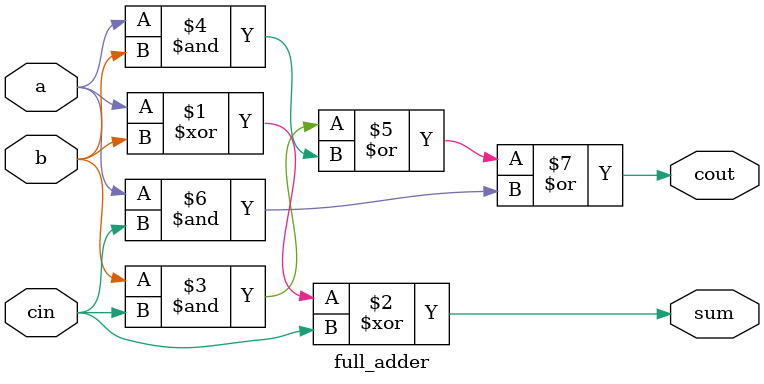
<source format=v>
`timescale 1ns / 1ps
module adder_32bit(
    input [31:0] A,
    input [31:0] B,
    output [31:0] sum,
    output cout
    );

	wire  cout;
   wire [31:0] carry;

   genvar i;
   for(i=0;i<32;i=i+1)
     begin
		if(i==0) 
			full_adder f(A[i],B[i],0,sum[i],carry[i]);
		else
			full_adder f(A[i],B[i],carry[i-1],sum[i],carry[i]);
     end
  assign cout = carry[31]; 

endmodule 

module full_adder(
	input a,
	input b,
	input cin,
	output sum,
	output cout);
   
	assign sum = (a ^ b) ^ cin;
	assign cout = (b & cin) | (a & b) | (a & cin);

endmodule // full_adder

</source>
